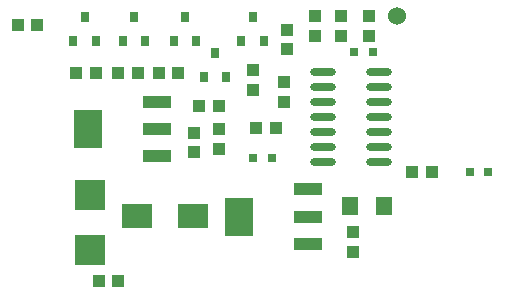
<source format=gtp>
G04 Layer_Color=8421504*
%FSLAX25Y25*%
%MOIN*%
G70*
G01*
G75*
%ADD10R,0.03937X0.03937*%
%ADD11R,0.03937X0.03937*%
%ADD12R,0.03150X0.03543*%
%ADD13R,0.05512X0.05906*%
%ADD14R,0.03150X0.03150*%
%ADD15O,0.08661X0.02362*%
%ADD16R,0.09843X0.09843*%
%ADD17C,0.06000*%
%ADD18R,0.10236X0.07874*%
%ADD19R,0.09449X0.12992*%
%ADD20R,0.09449X0.03937*%
D10*
X320000Y286752D02*
D03*
Y293248D02*
D03*
X297000Y343248D02*
D03*
Y336752D02*
D03*
X266900Y326448D02*
D03*
Y319952D02*
D03*
X286500Y347248D02*
D03*
Y340752D02*
D03*
X298000Y360748D02*
D03*
Y354252D02*
D03*
X307300Y365248D02*
D03*
Y358752D02*
D03*
X315800Y365248D02*
D03*
Y358752D02*
D03*
X275200Y327648D02*
D03*
Y321152D02*
D03*
X325400Y365248D02*
D03*
Y358752D02*
D03*
D11*
X241748Y277000D02*
D03*
X235252D02*
D03*
X294248Y327900D02*
D03*
X287752D02*
D03*
X255252Y346500D02*
D03*
X261748D02*
D03*
X275248Y335500D02*
D03*
X268752D02*
D03*
X248248Y346500D02*
D03*
X241752D02*
D03*
X339752Y313500D02*
D03*
X346248D02*
D03*
X208252Y362500D02*
D03*
X214748D02*
D03*
X234248Y346500D02*
D03*
X227752D02*
D03*
D12*
X226760Y357063D02*
D03*
X234240D02*
D03*
X230500Y364937D02*
D03*
X286500D02*
D03*
X290240Y357063D02*
D03*
X282760D02*
D03*
X274000Y353037D02*
D03*
X277740Y345163D02*
D03*
X270260D02*
D03*
X264000Y364937D02*
D03*
X267740Y357063D02*
D03*
X260260D02*
D03*
X247000Y364937D02*
D03*
X250740Y357063D02*
D03*
X243260D02*
D03*
D13*
X330112Y301900D02*
D03*
X319088D02*
D03*
D14*
X364953Y313500D02*
D03*
X359047D02*
D03*
X286750Y317900D02*
D03*
X293050D02*
D03*
X320250Y353300D02*
D03*
X326550D02*
D03*
D15*
X328749Y316600D02*
D03*
Y321600D02*
D03*
Y326600D02*
D03*
Y331600D02*
D03*
Y336600D02*
D03*
Y341600D02*
D03*
Y346600D02*
D03*
X309851Y316600D02*
D03*
Y321600D02*
D03*
Y326600D02*
D03*
Y331600D02*
D03*
Y336600D02*
D03*
Y341600D02*
D03*
Y346600D02*
D03*
D16*
X232300Y287248D02*
D03*
Y305752D02*
D03*
D17*
X334500Y365500D02*
D03*
D18*
X247851Y298800D02*
D03*
X266749D02*
D03*
D19*
X231683Y327600D02*
D03*
X282083Y298500D02*
D03*
D20*
X254517Y336655D02*
D03*
Y327600D02*
D03*
Y318545D02*
D03*
X304917Y289445D02*
D03*
Y298500D02*
D03*
Y307555D02*
D03*
M02*

</source>
